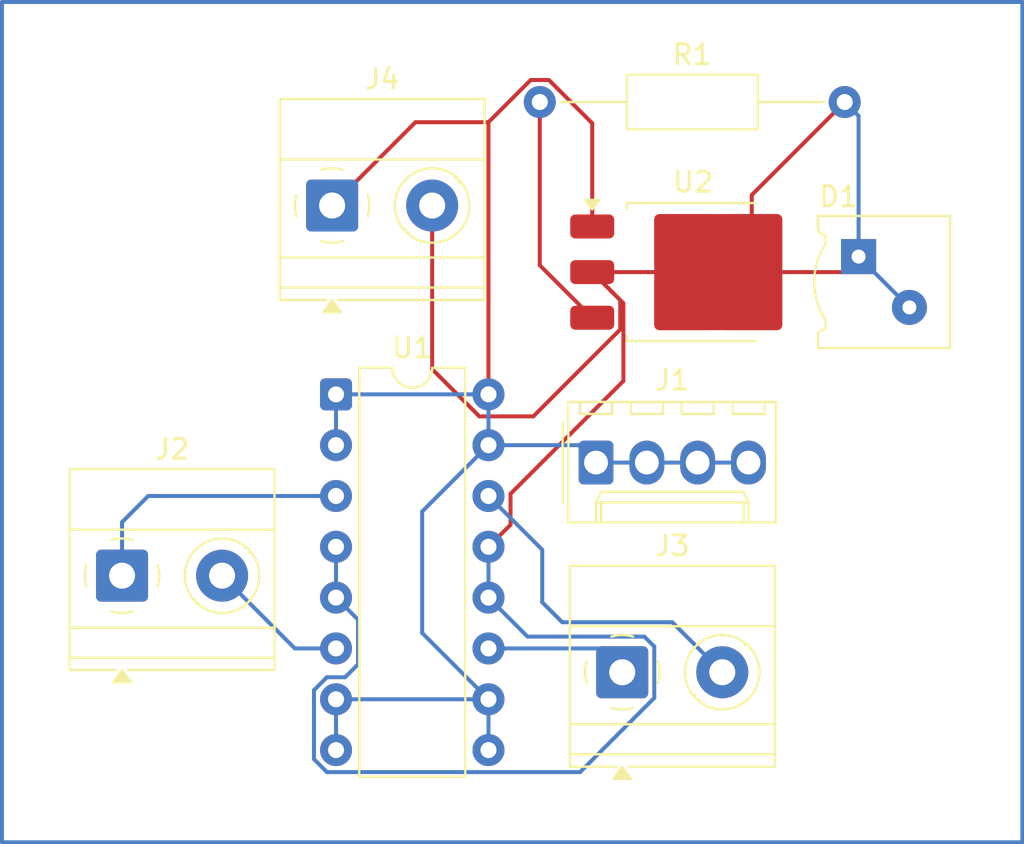
<source format=kicad_pcb>
(kicad_pcb (version 20241229) (generator "pcbnew") (generator_version "9.0")
  (layers (0 "F.Cu" signal) (2 "B.Cu" signal) (13 "F.Paste" user) (15 "B.Paste" user) (5 "F.SilkS" user "F.Silkscreen") (7 "B.SilkS" user "B.Silkscreen") (1 "F.Mask" user) (3 "B.Mask" user) (25 "Edge.Cuts" user))
  (net 0 "")
  (net 1 "GND")
  (net 2 "Net-(J1-Pin_1)")
  (net 3 "Net-(J2-Pin_1)")
  (net 4 "Net-(J2-Pin_2)")
  (net 5 "Net-(J3-Pin_2)")
  (net 6 "Net-(J3-Pin_1)")
  (net 7 "Net-(U2-OUT)")
  (footprint "TerminalBlock_Phoenix:TerminalBlock_Phoenix_MKDS-1,5-2_1x02_P5.00mm_Horizontal" (layer "F.Cu") (at 96.5 128.1725)
    (property "Reference" "J4" (at 2.5 -6.32 0) (layer "F.SilkS"))
    (property "Value" "Screw_Terminal_01x02")
    (fp_line (start -2.62 -5.32) (end -2.62 4.72) (stroke (width 0.12)) (layer "F.SilkS"))
    (fp_line (start -2.62 -5.32) (end 7.62 -5.32) (stroke (width 0.12)) (layer "F.SilkS"))
    (fp_line (start -2.62 -2.3) (end 7.62 -2.3) (stroke (width 0.12)) (layer "F.SilkS"))
    (fp_line (start -2.62 2.6) (end 7.62 2.6) (stroke (width 0.12)) (layer "F.SilkS"))
    (fp_line (start -2.62 4.1) (end 7.62 4.1) (stroke (width 0.12)) (layer "F.SilkS"))
    (fp_line (start -2.62 4.72) (end -0.3 4.72) (stroke (width 0.12)) (layer "F.SilkS"))
    (fp_line (start 0.3 4.72) (end 7.62 4.72) (stroke (width 0.12)) (layer "F.SilkS"))
    (fp_line (start 3.633 1.14) (end 3.589 1.183) (stroke (width 0.12)) (layer "F.SilkS"))
    (fp_line (start 3.86 1.367) (end 3.816 1.41) (stroke (width 0.12)) (layer "F.SilkS"))
    (fp_line (start 6.184 -1.411) (end 6.14 -1.367) (stroke (width 0.12)) (layer "F.SilkS"))
    (fp_line (start 6.411 -1.184) (end 6.367 -1.14) (stroke (width 0.12)) (layer "F.SilkS"))
    (fp_line (start 7.62 -5.32) (end 7.62 4.72) (stroke (width 0.12)) (layer "F.SilkS"))
    (fp_arc (start -1.78 0.54) (mid -1.860107 0.000355) (end -1.780206 -0.539321) (stroke (width 0.12)) (layer "F.SilkS"))
    (fp_arc (start -0.54 -1.78) (mid -0.000355 -1.860107) (end 0.539321 -1.780206) (stroke (width 0.12)) (layer "F.SilkS"))
    (fp_arc (start 0.54 1.78) (mid 0.000355 1.860107) (end -0.539321 1.780206) (stroke (width 0.12)) (layer "F.SilkS"))
    (fp_arc (start 1.78 -0.54) (mid 1.860107 -0.000355) (end 1.780206 0.539321) (stroke (width 0.12)) (layer "F.SilkS"))
    (fp_circle (center 5 0) (end 6.86 0) (stroke (width 0.12)) (fill no) (layer "F.SilkS"))
    (fp_poly (pts (xy 0 4.72) (xy 0.44 5.33) (xy -0.44 5.33) (xy 0 4.72)) (stroke (width 0.12)) (fill yes) (layer "F.SilkS"))
    (pad "1" thru_hole roundrect (at 0 0) (size 2.6 2.6) (drill 1.3) (layers "*.Cu" "*.Mask") (roundrect_rratio 0.096154) (net 2 "Net-(J1-Pin_1)"))
    (pad "2" thru_hole circle (at 5 0) (size 2.6 2.6) (drill 1.3) (layers "*.Cu" "*.Mask") (net 1 "GND"))
  )
  (footprint "Connector_Molex:Molex_KK-254_AE-6410-04A_1x04_P2.54mm_Vertical" (layer "F.Cu") (at 109.69 141.02)
    (property "Reference" "J1" (at 3.81 -4.12 0) (layer "F.SilkS"))
    (property "Value" "Conn_01x04_Pin")
    (fp_line (start -1.67 -2) (end -1.67 2) (stroke (width 0.12)) (layer "F.SilkS"))
    (fp_line (start -1.38 -3.03) (end -1.38 2.99) (stroke (width 0.12)) (layer "F.SilkS"))
    (fp_line (start -1.38 2.99) (end 9 2.99) (stroke (width 0.12)) (layer "F.SilkS"))
    (fp_line (start -0.8 -3.03) (end -0.8 -2.43) (stroke (width 0.12)) (layer "F.SilkS"))
    (fp_line (start -0.8 -2.43) (end 0.8 -2.43) (stroke (width 0.12)) (layer "F.SilkS"))
    (fp_line (start 0 1.99) (end 0.25 1.46) (stroke (width 0.12)) (layer "F.SilkS"))
    (fp_line (start 0 1.99) (end 7.62 1.99) (stroke (width 0.12)) (layer "F.SilkS"))
    (fp_line (start 0 2.99) (end 0 1.99) (stroke (width 0.12)) (layer "F.SilkS"))
    (fp_line (start 0.25 1.46) (end 7.37 1.46) (stroke (width 0.12)) (layer "F.SilkS"))
    (fp_line (start 0.25 2.99) (end 0.25 1.99) (stroke (width 0.12)) (layer "F.SilkS"))
    (fp_line (start 0.8 -2.43) (end 0.8 -3.03) (stroke (width 0.12)) (layer "F.SilkS"))
    (fp_line (start 1.74 -3.03) (end 1.74 -2.43) (stroke (width 0.12)) (layer "F.SilkS"))
    (fp_line (start 1.74 -2.43) (end 3.34 -2.43) (stroke (width 0.12)) (layer "F.SilkS"))
    (fp_line (start 3.34 -2.43) (end 3.34 -3.03) (stroke (width 0.12)) (layer "F.SilkS"))
    (fp_line (start 4.28 -3.03) (end 4.28 -2.43) (stroke (width 0.12)) (layer "F.SilkS"))
    (fp_line (start 4.28 -2.43) (end 5.88 -2.43) (stroke (width 0.12)) (layer "F.SilkS"))
    (fp_line (start 5.88 -2.43) (end 5.88 -3.03) (stroke (width 0.12)) (layer "F.SilkS"))
    (fp_line (start 6.82 -3.03) (end 6.82 -2.43) (stroke (width 0.12)) (layer "F.SilkS"))
    (fp_line (start 6.82 -2.43) (end 8.42 -2.43) (stroke (width 0.12)) (layer "F.SilkS"))
    (fp_line (start 7.37 1.46) (end 7.62 1.99) (stroke (width 0.12)) (layer "F.SilkS"))
    (fp_line (start 7.37 2.99) (end 7.37 1.99) (stroke (width 0.12)) (layer "F.SilkS"))
    (fp_line (start 7.62 1.99) (end 7.62 2.99) (stroke (width 0.12)) (layer "F.SilkS"))
    (fp_line (start 8.42 -2.43) (end 8.42 -3.03) (stroke (width 0.12)) (layer "F.SilkS"))
    (fp_line (start 9 -3.03) (end -1.38 -3.03) (stroke (width 0.12)) (layer "F.SilkS"))
    (fp_line (start 9 2.99) (end 9 -3.03) (stroke (width 0.12)) (layer "F.SilkS"))
    (pad "1" thru_hole roundrect (at 0 0) (size 1.74 2.19) (drill 1.19) (layers "*.Cu" "*.Mask") (roundrect_rratio 0.143678) (net 2 "Net-(J1-Pin_1)"))
    (pad "2" thru_hole oval (at 2.54 0) (size 1.74 2.19) (drill 1.19) (layers "*.Cu" "*.Mask") (net 2 "Net-(J1-Pin_1)"))
    (pad "3" thru_hole oval (at 5.08 0) (size 1.74 2.19) (drill 1.19) (layers "*.Cu" "*.Mask") (net 2 "Net-(J1-Pin_1)"))
    (pad "4" thru_hole oval (at 7.62 0) (size 1.74 2.19) (drill 1.19) (layers "*.Cu" "*.Mask") (net 2 "Net-(J1-Pin_1)"))
  )
  (footprint "LED_THT:LED_VCCLite_5381H7_6.35x6.35mm" (layer "F.Cu") (at 122.814361 130.725)
    (property "Reference" "D1" (at -1 -3 0) (layer "F.SilkS"))
    (property "Value" "LED")
    (fp_line (start -2.032 -2.032) (end -2.032 -1.27) (stroke (width 0.12)) (layer "F.SilkS"))
    (fp_line (start -2.032 -1.27) (end -1.651 -1.016) (stroke (width 0.12)) (layer "F.SilkS"))
    (fp_line (start -2.032 4.572) (end -2.032 3.81) (stroke (width 0.12)) (layer "F.SilkS"))
    (fp_line (start -1.651 -1.016) (end -1.651 -0.635) (stroke (width 0.12)) (layer "F.SilkS"))
    (fp_line (start -1.651 3.556) (end -2.032 3.81) (stroke (width 0.12)) (layer "F.SilkS"))
    (fp_line (start -1.651 3.556) (end -1.651 3.175) (stroke (width 0.12)) (layer "F.SilkS"))
    (fp_line (start 4.572 -2.032) (end -2.032 -2.032) (stroke (width 0.12)) (layer "F.SilkS"))
    (fp_line (start 4.572 4.572) (end -2.032 4.572) (stroke (width 0.12)) (layer "F.SilkS"))
    (fp_line (start 4.572 4.572) (end 4.572 -2.032) (stroke (width 0.12)) (layer "F.SilkS"))
    (fp_arc (start -1.651753 3.173843) (mid -2.2173 1.26931) (end -1.650999 -0.634999) (stroke (width 0.12)) (layer "F.SilkS"))
    (pad "1" thru_hole rect (at 0 0 270) (size 1.75 1.75) (drill 0.7) (layers "*.Cu" "*.Mask") (net 1 "GND"))
    (pad "2" thru_hole circle (at 2.54 2.54 270) (size 1.75 1.75) (drill 0.7) (layers "*.Cu" "*.Mask") (net 1 "GND"))
  )
  (footprint "Package_DIP:DIP-16_W7.62mm" (layer "F.Cu") (at 96.695 137.61)
    (property "Reference" "U1" (at 3.81 -2.33 0) (layer "F.SilkS"))
    (property "Value" "L293D")
    (fp_line (start 1.16 -1.33) (end 1.16 19.11) (stroke (width 0.12)) (layer "F.SilkS"))
    (fp_line (start 1.16 19.11) (end 6.46 19.11) (stroke (width 0.12)) (layer "F.SilkS"))
    (fp_line (start 2.81 -1.33) (end 1.16 -1.33) (stroke (width 0.12)) (layer "F.SilkS"))
    (fp_line (start 6.46 -1.33) (end 4.81 -1.33) (stroke (width 0.12)) (layer "F.SilkS"))
    (fp_line (start 6.46 19.11) (end 6.46 -1.33) (stroke (width 0.12)) (layer "F.SilkS"))
    (fp_arc (start 4.81 -1.33) (mid 3.81 -0.33) (end 2.81 -1.33) (stroke (width 0.12)) (layer "F.SilkS"))
    (pad "1" thru_hole roundrect (at 0 0) (size 1.6 1.6) (drill 0.8) (layers "*.Cu" "*.Mask") (roundrect_rratio 0.15625) (net 2 "Net-(J1-Pin_1)"))
    (pad "2" thru_hole circle (at 0 2.54) (size 1.6 1.6) (drill 0.8) (layers "*.Cu" "*.Mask") (net 2 "Net-(J1-Pin_1)"))
    (pad "3" thru_hole circle (at 0 5.08) (size 1.6 1.6) (drill 0.8) (layers "*.Cu" "*.Mask") (net 3 "Net-(J2-Pin_1)"))
    (pad "4" thru_hole circle (at 0 7.62) (size 1.6 1.6) (drill 0.8) (layers "*.Cu" "*.Mask") (net 1 "GND"))
    (pad "5" thru_hole circle (at 0 10.16) (size 1.6 1.6) (drill 0.8) (layers "*.Cu" "*.Mask") (net 1 "GND"))
    (pad "6" thru_hole circle (at 0 12.7) (size 1.6 1.6) (drill 0.8) (layers "*.Cu" "*.Mask") (net 4 "Net-(J2-Pin_2)"))
    (pad "7" thru_hole circle (at 0 15.24) (size 1.6 1.6) (drill 0.8) (layers "*.Cu" "*.Mask") (net 2 "Net-(J1-Pin_1)"))
    (pad "8" thru_hole circle (at 0 17.78) (size 1.6 1.6) (drill 0.8) (layers "*.Cu" "*.Mask") (net 2 "Net-(J1-Pin_1)"))
    (pad "9" thru_hole circle (at 7.62 17.78) (size 1.6 1.6) (drill 0.8) (layers "*.Cu" "*.Mask") (net 2 "Net-(J1-Pin_1)"))
    (pad "10" thru_hole circle (at 7.62 15.24) (size 1.6 1.6) (drill 0.8) (layers "*.Cu" "*.Mask") (net 2 "Net-(J1-Pin_1)"))
    (pad "11" thru_hole circle (at 7.62 12.7) (size 1.6 1.6) (drill 0.8) (layers "*.Cu" "*.Mask") (net 6 "Net-(J3-Pin_1)"))
    (pad "12" thru_hole circle (at 7.62 10.16) (size 1.6 1.6) (drill 0.8) (layers "*.Cu" "*.Mask") (net 1 "GND"))
    (pad "13" thru_hole circle (at 7.62 7.62) (size 1.6 1.6) (drill 0.8) (layers "*.Cu" "*.Mask") (net 1 "GND"))
    (pad "14" thru_hole circle (at 7.62 5.08) (size 1.6 1.6) (drill 0.8) (layers "*.Cu" "*.Mask") (net 5 "Net-(J3-Pin_2)"))
    (pad "15" thru_hole circle (at 7.62 2.54) (size 1.6 1.6) (drill 0.8) (layers "*.Cu" "*.Mask") (net 2 "Net-(J1-Pin_1)"))
    (pad "16" thru_hole circle (at 7.62 0) (size 1.6 1.6) (drill 0.8) (layers "*.Cu" "*.Mask") (net 2 "Net-(J1-Pin_1)"))
  )
  (footprint "TerminalBlock_Phoenix:TerminalBlock_Phoenix_MKDS-1,5-2_1x02_P5.00mm_Horizontal" (layer "F.Cu") (at 86 146.6725)
    (property "Reference" "J2" (at 2.5 -6.32 0) (layer "F.SilkS"))
    (property "Value" "Screw_Terminal_01x02")
    (fp_line (start -2.62 -5.32) (end -2.62 4.72) (stroke (width 0.12)) (layer "F.SilkS"))
    (fp_line (start -2.62 -5.32) (end 7.62 -5.32) (stroke (width 0.12)) (layer "F.SilkS"))
    (fp_line (start -2.62 -2.3) (end 7.62 -2.3) (stroke (width 0.12)) (layer "F.SilkS"))
    (fp_line (start -2.62 2.6) (end 7.62 2.6) (stroke (width 0.12)) (layer "F.SilkS"))
    (fp_line (start -2.62 4.1) (end 7.62 4.1) (stroke (width 0.12)) (layer "F.SilkS"))
    (fp_line (start -2.62 4.72) (end -0.3 4.72) (stroke (width 0.12)) (layer "F.SilkS"))
    (fp_line (start 0.3 4.72) (end 7.62 4.72) (stroke (width 0.12)) (layer "F.SilkS"))
    (fp_line (start 3.633 1.14) (end 3.589 1.183) (stroke (width 0.12)) (layer "F.SilkS"))
    (fp_line (start 3.86 1.367) (end 3.816 1.41) (stroke (width 0.12)) (layer "F.SilkS"))
    (fp_line (start 6.184 -1.411) (end 6.14 -1.367) (stroke (width 0.12)) (layer "F.SilkS"))
    (fp_line (start 6.411 -1.184) (end 6.367 -1.14) (stroke (width 0.12)) (layer "F.SilkS"))
    (fp_line (start 7.62 -5.32) (end 7.62 4.72) (stroke (width 0.12)) (layer "F.SilkS"))
    (fp_arc (start -1.78 0.54) (mid -1.860107 0.000355) (end -1.780206 -0.539321) (stroke (width 0.12)) (layer "F.SilkS"))
    (fp_arc (start -0.54 -1.78) (mid -0.000355 -1.860107) (end 0.539321 -1.780206) (stroke (width 0.12)) (layer "F.SilkS"))
    (fp_arc (start 0.54 1.78) (mid 0.000355 1.860107) (end -0.539321 1.780206) (stroke (width 0.12)) (layer "F.SilkS"))
    (fp_arc (start 1.78 -0.54) (mid 1.860107 -0.000355) (end 1.780206 0.539321) (stroke (width 0.12)) (layer "F.SilkS"))
    (fp_circle (center 5 0) (end 6.86 0) (stroke (width 0.12)) (fill no) (layer "F.SilkS"))
    (fp_poly (pts (xy 0 4.72) (xy 0.44 5.33) (xy -0.44 5.33) (xy 0 4.72)) (stroke (width 0.12)) (fill yes) (layer "F.SilkS"))
    (pad "1" thru_hole roundrect (at 0 0) (size 2.6 2.6) (drill 1.3) (layers "*.Cu" "*.Mask") (roundrect_rratio 0.096154) (net 3 "Net-(J2-Pin_1)"))
    (pad "2" thru_hole circle (at 5 0) (size 2.6 2.6) (drill 1.3) (layers "*.Cu" "*.Mask") (net 4 "Net-(J2-Pin_2)"))
  )
  (footprint "Resistor_THT:R_Axial_DIN0207_L6.3mm_D2.5mm_P15.24mm_Horizontal" (layer "F.Cu") (at 106.88 123)
    (property "Reference" "R1" (at 7.62 -2.37 0) (layer "F.SilkS"))
    (property "Value" "1000")
    (fp_line (start 1.04 0) (end 4.35 0) (stroke (width 0.12)) (layer "F.SilkS"))
    (fp_line (start 4.35 -1.37) (end 4.35 1.37) (stroke (width 0.12)) (layer "F.SilkS"))
    (fp_line (start 4.35 1.37) (end 10.89 1.37) (stroke (width 0.12)) (layer "F.SilkS"))
    (fp_line (start 10.89 -1.37) (end 4.35 -1.37) (stroke (width 0.12)) (layer "F.SilkS"))
    (fp_line (start 10.89 1.37) (end 10.89 -1.37) (stroke (width 0.12)) (layer "F.SilkS"))
    (fp_line (start 14.2 0) (end 10.89 0) (stroke (width 0.12)) (layer "F.SilkS"))
    (pad "1" thru_hole circle (at 0 0) (size 1.6 1.6) (drill 0.8) (layers "*.Cu" "*.Mask") (net 7 "Net-(U2-OUT)"))
    (pad "2" thru_hole oval (at 15.24 0) (size 1.6 1.6) (drill 0.8) (layers "*.Cu" "*.Mask") (net 1 "GND"))
  )
  (footprint "Package_TO_SOT_SMD:TO-252-3_TabPin2" (layer "F.Cu") (at 114.54 131.5)
    (property "Reference" "U2" (at 0 -4.5 0) (layer "F.SilkS"))
    (property "Value" "L7805")
    (fp_line (start -3.31 -3.45) (end -3.31 -3.18) (stroke (width 0.12)) (layer "F.SilkS"))
    (fp_line (start -3.31 3.45) (end -3.31 3.18) (stroke (width 0.12)) (layer "F.SilkS"))
    (fp_line (start 3.11 -3.45) (end -3.31 -3.45) (stroke (width 0.12)) (layer "F.SilkS"))
    (fp_line (start 3.11 3.45) (end -3.31 3.45) (stroke (width 0.12)) (layer "F.SilkS"))
    (fp_poly (pts (xy -5.04 -3.14) (xy -5.38 -3.61) (xy -4.7 -3.61) (xy -5.04 -3.14)) (stroke (width 0.12)) (fill yes) (layer "F.SilkS"))
    (pad "1" smd roundrect (at -5.04 -2.28) (size 2.2 1.2) (layers "F.Cu" "F.Mask" "F.Paste") (roundrect_rratio 0.208333) (net 2 "Net-(J1-Pin_1)"))
    (pad "2" smd roundrect (at -5.04 0) (size 2.2 1.2) (layers "F.Cu" "F.Mask" "F.Paste") (roundrect_rratio 0.208333) (net 1 "GND"))
    (pad "2" smd roundrect (at -0.415 -1.525) (size 3.05 2.75) (layers "F.Cu" "F.Paste") (roundrect_rratio 0.090909) (net 1 "GND"))
    (pad "2" smd roundrect (at -0.415 1.525) (size 3.05 2.75) (layers "F.Cu" "F.Paste") (roundrect_rratio 0.090909) (net 1 "GND"))
    (pad "2" smd roundrect (at 1.26 0) (size 6.4 5.8) (layers "F.Cu" "F.Mask") (roundrect_rratio 0.043103) (net 1 "GND"))
    (pad "2" smd roundrect (at 2.935 -1.525) (size 3.05 2.75) (layers "F.Cu" "F.Paste") (roundrect_rratio 0.090909) (net 1 "GND"))
    (pad "2" smd roundrect (at 2.935 1.525) (size 3.05 2.75) (layers "F.Cu" "F.Paste") (roundrect_rratio 0.090909) (net 1 "GND"))
    (pad "3" smd roundrect (at -5.04 2.28) (size 2.2 1.2) (layers "F.Cu" "F.Mask" "F.Paste") (roundrect_rratio 0.208333) (net 7 "Net-(U2-OUT)"))
  )
  (footprint "TerminalBlock_Phoenix:TerminalBlock_Phoenix_MKDS-1,5-2_1x02_P5.00mm_Horizontal" (layer "F.Cu") (at 111 151.5)
    (property "Reference" "J3" (at 2.5 -6.32 0) (layer "F.SilkS"))
    (property "Value" "Screw_Terminal_01x02")
    (fp_line (start -2.62 -5.32) (end -2.62 4.72) (stroke (width 0.12)) (layer "F.SilkS"))
    (fp_line (start -2.62 -5.32) (end 7.62 -5.32) (stroke (width 0.12)) (layer "F.SilkS"))
    (fp_line (start -2.62 -2.3) (end 7.62 -2.3) (stroke (width 0.12)) (layer "F.SilkS"))
    (fp_line (start -2.62 2.6) (end 7.62 2.6) (stroke (width 0.12)) (layer "F.SilkS"))
    (fp_line (start -2.62 4.1) (end 7.62 4.1) (stroke (width 0.12)) (layer "F.SilkS"))
    (fp_line (start -2.62 4.72) (end -0.3 4.72) (stroke (width 0.12)) (layer "F.SilkS"))
    (fp_line (start 0.3 4.72) (end 7.62 4.72) (stroke (width 0.12)) (layer "F.SilkS"))
    (fp_line (start 3.633 1.14) (end 3.589 1.183) (stroke (width 0.12)) (layer "F.SilkS"))
    (fp_line (start 3.86 1.367) (end 3.816 1.41) (stroke (width 0.12)) (layer "F.SilkS"))
    (fp_line (start 6.184 -1.411) (end 6.14 -1.367) (stroke (width 0.12)) (layer "F.SilkS"))
    (fp_line (start 6.411 -1.184) (end 6.367 -1.14) (stroke (width 0.12)) (layer "F.SilkS"))
    (fp_line (start 7.62 -5.32) (end 7.62 4.72) (stroke (width 0.12)) (layer "F.SilkS"))
    (fp_arc (start -1.78 0.54) (mid -1.860107 0.000355) (end -1.780206 -0.539321) (stroke (width 0.12)) (layer "F.SilkS"))
    (fp_arc (start -0.54 -1.78) (mid -0.000355 -1.860107) (end 0.539321 -1.780206) (stroke (width 0.12)) (layer "F.SilkS"))
    (fp_arc (start 0.54 1.78) (mid 0.000355 1.860107) (end -0.539321 1.780206) (stroke (width 0.12)) (layer "F.SilkS"))
    (fp_arc (start 1.78 -0.54) (mid 1.860107 -0.000355) (end 1.780206 0.539321) (stroke (width 0.12)) (layer "F.SilkS"))
    (fp_circle (center 5 0) (end 6.86 0) (stroke (width 0.12)) (fill no) (layer "F.SilkS"))
    (fp_poly (pts (xy 0 4.72) (xy 0.44 5.33) (xy -0.44 5.33) (xy 0 4.72)) (stroke (width 0.12)) (fill yes) (layer "F.SilkS"))
    (pad "1" thru_hole roundrect (at 0 0) (size 2.6 2.6) (drill 1.3) (layers "*.Cu" "*.Mask") (roundrect_rratio 0.096154) (net 6 "Net-(J3-Pin_1)"))
    (pad "2" thru_hole circle (at 5 0) (size 2.6 2.6) (drill 1.3) (layers "*.Cu" "*.Mask") (net 5 "Net-(J3-Pin_2)"))
  )
  (gr_line (start 80 118) (end 80 160) (stroke (width 0.2)) (layer "B.Cu"))
  (gr_line (start 80 118) (end 131 118) (stroke (width 0.2)) (layer "B.Cu"))
  (gr_line (start 131 118) (end 131 160) (stroke (width 0.2)) (layer "B.Cu"))
  (gr_line (start 131 160) (end 80 160) (stroke (width 0.2)) (layer "B.Cu"))
  (segment (start 110.901 134.36516) (end 106.55516 138.711) (width 0.2) (layer "F.Cu") (net 1))
  (segment (start 103.85895 138.711) (end 101.5 136.35205) (width 0.2) (layer "F.Cu") (net 1))
  (segment (start 122.039361 131.5) (end 122.814361 130.725) (width 0.2) (layer "F.Cu") (net 1))
  (segment (start 117.475 129.975) (end 117.475 127.645) (width 0.2) (layer "F.Cu") (net 1))
  (segment (start 109.5 131.5) (end 122.039361 131.5) (width 0.2) (layer "F.Cu") (net 1))
  (segment (start 106.55516 138.711) (end 103.85895 138.711) (width 0.2) (layer "F.Cu") (net 1))
  (segment (start 101.5 136.35205) (end 101.5 128.1725) (width 0.2) (layer "F.Cu") (net 1))
  (segment (start 109.5 131.5) (end 110.901 132.901) (width 0.2) (layer "F.Cu") (net 1))
  (segment (start 109.5 131.5) (end 111.059 133.059) (width 0.2) (layer "F.Cu") (net 1))
  (segment (start 105.416 142.584) (end 105.416 144.129) (width 0.2) (layer "F.Cu") (net 1))
  (segment (start 111.059 133.059) (end 111.059 136.941) (width 0.2) (layer "F.Cu") (net 1))
  (segment (start 110.901 132.901) (end 110.901 134.36516) (width 0.2) (layer "F.Cu") (net 1))
  (segment (start 111.059 136.941) (end 105.416 142.584) (width 0.2) (layer "F.Cu") (net 1))
  (segment (start 105.416 144.129) (end 104.315 145.23) (width 0.2) (layer "F.Cu") (net 1))
  (segment (start 117.475 127.645) (end 122.12 123) (width 0.2) (layer "F.Cu") (net 1))
  (segment (start 97.15105 151.749) (end 96.23895 151.749) (width 0.2) (layer "B.Cu") (net 1))
  (segment (start 96.695 147.77) (end 97.796 148.871) (width 0.2) (layer "B.Cu") (net 1))
  (segment (start 112.105135 149.718975) (end 106.263975 149.718975) (width 0.2) (layer "B.Cu") (net 1))
  (segment (start 95.594 152.39395) (end 95.594 155.84605) (width 0.2) (layer "B.Cu") (net 1))
  (segment (start 112.601 152.78516) (end 112.601 150.21484) (width 0.2) (layer "B.Cu") (net 1))
  (segment (start 122.814361 130.725) (end 125.354361 133.265) (width 0.2) (layer "B.Cu") (net 1))
  (segment (start 97.796 148.871) (end 97.796 151.10405) (width 0.2) (layer "B.Cu") (net 1))
  (segment (start 95.594 155.84605) (end 96.23895 156.491) (width 0.2) (layer "B.Cu") (net 1))
  (segment (start 96.23895 156.491) (end 108.89516 156.491) (width 0.2) (layer "B.Cu") (net 1))
  (segment (start 96.23895 151.749) (end 95.594 152.39395) (width 0.2) (layer "B.Cu") (net 1))
  (segment (start 122.814361 130.725) (end 122.814361 123.694361) (width 0.2) (layer "B.Cu") (net 1))
  (segment (start 106.263975 149.718975) (end 104.315 147.77) (width 0.2) (layer "B.Cu") (net 1))
  (segment (start 112.601 150.21484) (end 112.105135 149.718975) (width 0.2) (layer "B.Cu") (net 1))
  (segment (start 122.814361 123.694361) (end 122.12 123) (width 0.2) (layer "B.Cu") (net 1))
  (segment (start 96.695 147.77) (end 96.695 145.23) (width 0.2) (layer "B.Cu") (net 1))
  (segment (start 97.796 151.10405) (end 97.15105 151.749) (width 0.2) (layer "B.Cu") (net 1))
  (segment (start 108.89516 156.491) (end 112.601 152.78516) (width 0.2) (layer "B.Cu") (net 1))
  (segment (start 104.315 145.23) (end 104.315 147.77) (width 0.2) (layer "B.Cu") (net 1))
  (segment (start 100.66455 124.00795) (end 96.5 128.1725) (width 0.2) (layer "F.Cu") (net 2))
  (segment (start 106.42395 121.899) (end 104.315 124.00795) (width 0.2) (layer "F.Cu") (net 2))
  (segment (start 109.5 124.06295) (end 107.33605 121.899) (width 0.2) (layer "F.Cu") (net 2))
  (segment (start 104.315 124.00795) (end 104.315 137.61) (width 0.2) (layer "F.Cu") (net 2))
  (segment (start 104.315 124.00795) (end 100.66455 124.00795) (width 0.2) (layer "F.Cu") (net 2))
  (segment (start 107.33605 121.899) (end 106.42395 121.899) (width 0.2) (layer "F.Cu") (net 2))
  (segment (start 109.5 129.22) (end 109.5 124.06295) (width 0.2) (layer "F.Cu") (net 2))
  (segment (start 104.315 137.61) (end 96.695 137.61) (width 0.2) (layer "B.Cu") (net 2))
  (segment (start 104.315 155.39) (end 104.315 152.85) (width 0.2) (layer "B.Cu") (net 2))
  (segment (start 108.82 140.15) (end 109.69 141.02) (width 0.2) (layer "B.Cu") (net 2))
  (segment (start 104.315 152.85) (end 96.695 152.85) (width 0.2) (layer "B.Cu") (net 2))
  (segment (start 96.695 155.39) (end 96.695 152.85) (width 0.2) (layer "B.Cu") (net 2))
  (segment (start 101 143.465) (end 104.315 140.15) (width 0.2) (layer "B.Cu") (net 2))
  (segment (start 104.315 140.15) (end 104.315 137.61) (width 0.2) (layer "B.Cu") (net 2))
  (segment (start 101 149.535) (end 101 143.465) (width 0.2) (layer "B.Cu") (net 2))
  (segment (start 109.69 141.02) (end 117.31 141.02) (width 0.2) (layer "B.Cu") (net 2))
  (segment (start 96.695 137.61) (end 96.695 140.15) (width 0.2) (layer "B.Cu") (net 2))
  (segment (start 104.315 152.85) (end 101 149.535) (width 0.2) (layer "B.Cu") (net 2))
  (segment (start 104.315 140.15) (end 108.82 140.15) (width 0.2) (layer "B.Cu") (net 2))
  (segment (start 86 146.6725) (end 86 144) (width 0.2) (layer "B.Cu") (net 3))
  (segment (start 86 144) (end 87.31 142.69) (width 0.2) (layer "B.Cu") (net 3))
  (segment (start 87.31 142.69) (end 96.695 142.69) (width 0.2) (layer "B.Cu") (net 3))
  (segment (start 94.6375 150.31) (end 96.695 150.31) (width 0.2) (layer "B.Cu") (net 4))
  (segment (start 91 146.6725) (end 94.6375 150.31) (width 0.2) (layer "B.Cu") (net 4))
  (segment (start 107 148) (end 108 149) (width 0.2) (layer "B.Cu") (net 5))
  (segment (start 108 149) (end 113.5 149) (width 0.2) (layer "B.Cu") (net 5))
  (segment (start 113.5 149) (end 116 151.5) (width 0.2) (layer "B.Cu") (net 5))
  (segment (start 107 145.375) (end 107 148) (width 0.2) (layer "B.Cu") (net 5))
  (segment (start 104.315 142.69) (end 107 145.375) (width 0.2) (layer "B.Cu") (net 5))
  (segment (start 104.315 150.31) (end 109.81 150.31) (width 0.2) (layer "B.Cu") (net 6))
  (segment (start 109.81 150.31) (end 111 151.5) (width 0.2) (layer "B.Cu") (net 6))
  (segment (start 109.5 133.78) (end 106.88 131.16) (width 0.2) (layer "F.Cu") (net 7))
  (segment (start 106.88 131.16) (end 106.88 123) (width 0.2) (layer "F.Cu") (net 7))
)
</source>
